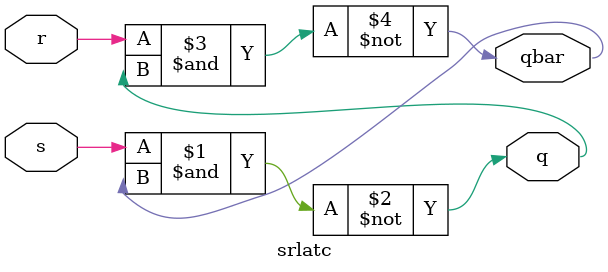
<source format=v>
`timescale 1ns / 1ps


module srlatc(s,r,q,qbar);
input s,r;
output q,qbar;
nand n1(q,s,qbar);
nand n2(qbar,r,q);
endmodule

</source>
